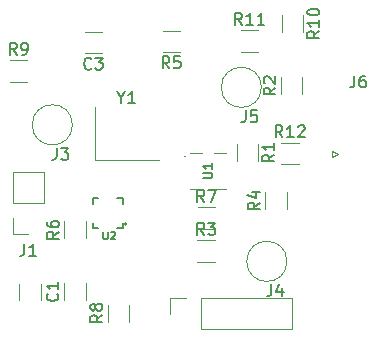
<source format=gbr>
%TF.GenerationSoftware,KiCad,Pcbnew,9.0.0*%
%TF.CreationDate,2025-03-07T11:14:37+01:00*%
%TF.ProjectId,PCB_rigide,5043425f-7269-4676-9964-652e6b696361,rev?*%
%TF.SameCoordinates,Original*%
%TF.FileFunction,Legend,Top*%
%TF.FilePolarity,Positive*%
%FSLAX46Y46*%
G04 Gerber Fmt 4.6, Leading zero omitted, Abs format (unit mm)*
G04 Created by KiCad (PCBNEW 9.0.0) date 2025-03-07 11:14:37*
%MOMM*%
%LPD*%
G01*
G04 APERTURE LIST*
%ADD10C,0.150000*%
%ADD11C,0.120000*%
%ADD12C,0.127000*%
%ADD13C,0.100000*%
G04 APERTURE END LIST*
D10*
X109261666Y-31264319D02*
X109261666Y-31978604D01*
X109261666Y-31978604D02*
X109214047Y-32121461D01*
X109214047Y-32121461D02*
X109118809Y-32216700D01*
X109118809Y-32216700D02*
X108975952Y-32264319D01*
X108975952Y-32264319D02*
X108880714Y-32264319D01*
X110166428Y-31264319D02*
X109975952Y-31264319D01*
X109975952Y-31264319D02*
X109880714Y-31311938D01*
X109880714Y-31311938D02*
X109833095Y-31359557D01*
X109833095Y-31359557D02*
X109737857Y-31502414D01*
X109737857Y-31502414D02*
X109690238Y-31692890D01*
X109690238Y-31692890D02*
X109690238Y-32073842D01*
X109690238Y-32073842D02*
X109737857Y-32169080D01*
X109737857Y-32169080D02*
X109785476Y-32216700D01*
X109785476Y-32216700D02*
X109880714Y-32264319D01*
X109880714Y-32264319D02*
X110071190Y-32264319D01*
X110071190Y-32264319D02*
X110166428Y-32216700D01*
X110166428Y-32216700D02*
X110214047Y-32169080D01*
X110214047Y-32169080D02*
X110261666Y-32073842D01*
X110261666Y-32073842D02*
X110261666Y-31835747D01*
X110261666Y-31835747D02*
X110214047Y-31740509D01*
X110214047Y-31740509D02*
X110166428Y-31692890D01*
X110166428Y-31692890D02*
X110071190Y-31645271D01*
X110071190Y-31645271D02*
X109880714Y-31645271D01*
X109880714Y-31645271D02*
X109785476Y-31692890D01*
X109785476Y-31692890D02*
X109737857Y-31740509D01*
X109737857Y-31740509D02*
X109690238Y-31835747D01*
X102571619Y-32286966D02*
X102095428Y-32620299D01*
X102571619Y-32858394D02*
X101571619Y-32858394D01*
X101571619Y-32858394D02*
X101571619Y-32477442D01*
X101571619Y-32477442D02*
X101619238Y-32382204D01*
X101619238Y-32382204D02*
X101666857Y-32334585D01*
X101666857Y-32334585D02*
X101762095Y-32286966D01*
X101762095Y-32286966D02*
X101904952Y-32286966D01*
X101904952Y-32286966D02*
X102000190Y-32334585D01*
X102000190Y-32334585D02*
X102047809Y-32382204D01*
X102047809Y-32382204D02*
X102095428Y-32477442D01*
X102095428Y-32477442D02*
X102095428Y-32858394D01*
X101666857Y-31906013D02*
X101619238Y-31858394D01*
X101619238Y-31858394D02*
X101571619Y-31763156D01*
X101571619Y-31763156D02*
X101571619Y-31525061D01*
X101571619Y-31525061D02*
X101619238Y-31429823D01*
X101619238Y-31429823D02*
X101666857Y-31382204D01*
X101666857Y-31382204D02*
X101762095Y-31334585D01*
X101762095Y-31334585D02*
X101857333Y-31334585D01*
X101857333Y-31334585D02*
X102000190Y-31382204D01*
X102000190Y-31382204D02*
X102571619Y-31953632D01*
X102571619Y-31953632D02*
X102571619Y-31334585D01*
X93597833Y-30646619D02*
X93264500Y-30170428D01*
X93026405Y-30646619D02*
X93026405Y-29646619D01*
X93026405Y-29646619D02*
X93407357Y-29646619D01*
X93407357Y-29646619D02*
X93502595Y-29694238D01*
X93502595Y-29694238D02*
X93550214Y-29741857D01*
X93550214Y-29741857D02*
X93597833Y-29837095D01*
X93597833Y-29837095D02*
X93597833Y-29979952D01*
X93597833Y-29979952D02*
X93550214Y-30075190D01*
X93550214Y-30075190D02*
X93502595Y-30122809D01*
X93502595Y-30122809D02*
X93407357Y-30170428D01*
X93407357Y-30170428D02*
X93026405Y-30170428D01*
X94502595Y-29646619D02*
X94026405Y-29646619D01*
X94026405Y-29646619D02*
X93978786Y-30122809D01*
X93978786Y-30122809D02*
X94026405Y-30075190D01*
X94026405Y-30075190D02*
X94121643Y-30027571D01*
X94121643Y-30027571D02*
X94359738Y-30027571D01*
X94359738Y-30027571D02*
X94454976Y-30075190D01*
X94454976Y-30075190D02*
X94502595Y-30122809D01*
X94502595Y-30122809D02*
X94550214Y-30218047D01*
X94550214Y-30218047D02*
X94550214Y-30456142D01*
X94550214Y-30456142D02*
X94502595Y-30551380D01*
X94502595Y-30551380D02*
X94454976Y-30599000D01*
X94454976Y-30599000D02*
X94359738Y-30646619D01*
X94359738Y-30646619D02*
X94121643Y-30646619D01*
X94121643Y-30646619D02*
X94026405Y-30599000D01*
X94026405Y-30599000D02*
X93978786Y-30551380D01*
X89513809Y-33130628D02*
X89513809Y-33606819D01*
X89180476Y-32606819D02*
X89513809Y-33130628D01*
X89513809Y-33130628D02*
X89847142Y-32606819D01*
X90704285Y-33606819D02*
X90132857Y-33606819D01*
X90418571Y-33606819D02*
X90418571Y-32606819D01*
X90418571Y-32606819D02*
X90323333Y-32749676D01*
X90323333Y-32749676D02*
X90228095Y-32844914D01*
X90228095Y-32844914D02*
X90132857Y-32892533D01*
X84059666Y-37387819D02*
X84059666Y-38102104D01*
X84059666Y-38102104D02*
X84012047Y-38244961D01*
X84012047Y-38244961D02*
X83916809Y-38340200D01*
X83916809Y-38340200D02*
X83773952Y-38387819D01*
X83773952Y-38387819D02*
X83678714Y-38387819D01*
X84440619Y-37387819D02*
X85059666Y-37387819D01*
X85059666Y-37387819D02*
X84726333Y-37768771D01*
X84726333Y-37768771D02*
X84869190Y-37768771D01*
X84869190Y-37768771D02*
X84964428Y-37816390D01*
X84964428Y-37816390D02*
X85012047Y-37864009D01*
X85012047Y-37864009D02*
X85059666Y-37959247D01*
X85059666Y-37959247D02*
X85059666Y-38197342D01*
X85059666Y-38197342D02*
X85012047Y-38292580D01*
X85012047Y-38292580D02*
X84964428Y-38340200D01*
X84964428Y-38340200D02*
X84869190Y-38387819D01*
X84869190Y-38387819D02*
X84583476Y-38387819D01*
X84583476Y-38387819D02*
X84488238Y-38340200D01*
X84488238Y-38340200D02*
X84440619Y-38292580D01*
X81327666Y-45531819D02*
X81327666Y-46246104D01*
X81327666Y-46246104D02*
X81280047Y-46388961D01*
X81280047Y-46388961D02*
X81184809Y-46484200D01*
X81184809Y-46484200D02*
X81041952Y-46531819D01*
X81041952Y-46531819D02*
X80946714Y-46531819D01*
X82327666Y-46531819D02*
X81756238Y-46531819D01*
X82041952Y-46531819D02*
X82041952Y-45531819D01*
X82041952Y-45531819D02*
X81946714Y-45674676D01*
X81946714Y-45674676D02*
X81851476Y-45769914D01*
X81851476Y-45769914D02*
X81756238Y-45817533D01*
X87915819Y-51540166D02*
X87439628Y-51873499D01*
X87915819Y-52111594D02*
X86915819Y-52111594D01*
X86915819Y-52111594D02*
X86915819Y-51730642D01*
X86915819Y-51730642D02*
X86963438Y-51635404D01*
X86963438Y-51635404D02*
X87011057Y-51587785D01*
X87011057Y-51587785D02*
X87106295Y-51540166D01*
X87106295Y-51540166D02*
X87249152Y-51540166D01*
X87249152Y-51540166D02*
X87344390Y-51587785D01*
X87344390Y-51587785D02*
X87392009Y-51635404D01*
X87392009Y-51635404D02*
X87439628Y-51730642D01*
X87439628Y-51730642D02*
X87439628Y-52111594D01*
X87344390Y-50968737D02*
X87296771Y-51063975D01*
X87296771Y-51063975D02*
X87249152Y-51111594D01*
X87249152Y-51111594D02*
X87153914Y-51159213D01*
X87153914Y-51159213D02*
X87106295Y-51159213D01*
X87106295Y-51159213D02*
X87011057Y-51111594D01*
X87011057Y-51111594D02*
X86963438Y-51063975D01*
X86963438Y-51063975D02*
X86915819Y-50968737D01*
X86915819Y-50968737D02*
X86915819Y-50778261D01*
X86915819Y-50778261D02*
X86963438Y-50683023D01*
X86963438Y-50683023D02*
X87011057Y-50635404D01*
X87011057Y-50635404D02*
X87106295Y-50587785D01*
X87106295Y-50587785D02*
X87153914Y-50587785D01*
X87153914Y-50587785D02*
X87249152Y-50635404D01*
X87249152Y-50635404D02*
X87296771Y-50683023D01*
X87296771Y-50683023D02*
X87344390Y-50778261D01*
X87344390Y-50778261D02*
X87344390Y-50968737D01*
X87344390Y-50968737D02*
X87392009Y-51063975D01*
X87392009Y-51063975D02*
X87439628Y-51111594D01*
X87439628Y-51111594D02*
X87534866Y-51159213D01*
X87534866Y-51159213D02*
X87725342Y-51159213D01*
X87725342Y-51159213D02*
X87820580Y-51111594D01*
X87820580Y-51111594D02*
X87868200Y-51063975D01*
X87868200Y-51063975D02*
X87915819Y-50968737D01*
X87915819Y-50968737D02*
X87915819Y-50778261D01*
X87915819Y-50778261D02*
X87868200Y-50683023D01*
X87868200Y-50683023D02*
X87820580Y-50635404D01*
X87820580Y-50635404D02*
X87725342Y-50587785D01*
X87725342Y-50587785D02*
X87534866Y-50587785D01*
X87534866Y-50587785D02*
X87439628Y-50635404D01*
X87439628Y-50635404D02*
X87392009Y-50683023D01*
X87392009Y-50683023D02*
X87344390Y-50778261D01*
X88008380Y-44471676D02*
X88008380Y-44989771D01*
X88008380Y-44989771D02*
X88038857Y-45050723D01*
X88038857Y-45050723D02*
X88069333Y-45081200D01*
X88069333Y-45081200D02*
X88130285Y-45111676D01*
X88130285Y-45111676D02*
X88252190Y-45111676D01*
X88252190Y-45111676D02*
X88313142Y-45081200D01*
X88313142Y-45081200D02*
X88343619Y-45050723D01*
X88343619Y-45050723D02*
X88374095Y-44989771D01*
X88374095Y-44989771D02*
X88374095Y-44471676D01*
X88648380Y-44532628D02*
X88678856Y-44502152D01*
X88678856Y-44502152D02*
X88739809Y-44471676D01*
X88739809Y-44471676D02*
X88892190Y-44471676D01*
X88892190Y-44471676D02*
X88953142Y-44502152D01*
X88953142Y-44502152D02*
X88983618Y-44532628D01*
X88983618Y-44532628D02*
X89014095Y-44593580D01*
X89014095Y-44593580D02*
X89014095Y-44654533D01*
X89014095Y-44654533D02*
X88983618Y-44745961D01*
X88983618Y-44745961D02*
X88617904Y-45111676D01*
X88617904Y-45111676D02*
X89014095Y-45111676D01*
X101250819Y-42015166D02*
X100774628Y-42348499D01*
X101250819Y-42586594D02*
X100250819Y-42586594D01*
X100250819Y-42586594D02*
X100250819Y-42205642D01*
X100250819Y-42205642D02*
X100298438Y-42110404D01*
X100298438Y-42110404D02*
X100346057Y-42062785D01*
X100346057Y-42062785D02*
X100441295Y-42015166D01*
X100441295Y-42015166D02*
X100584152Y-42015166D01*
X100584152Y-42015166D02*
X100679390Y-42062785D01*
X100679390Y-42062785D02*
X100727009Y-42110404D01*
X100727009Y-42110404D02*
X100774628Y-42205642D01*
X100774628Y-42205642D02*
X100774628Y-42586594D01*
X100584152Y-41158023D02*
X101250819Y-41158023D01*
X100203200Y-41396118D02*
X100917485Y-41634213D01*
X100917485Y-41634213D02*
X100917485Y-41015166D01*
X100061666Y-34212819D02*
X100061666Y-34927104D01*
X100061666Y-34927104D02*
X100014047Y-35069961D01*
X100014047Y-35069961D02*
X99918809Y-35165200D01*
X99918809Y-35165200D02*
X99775952Y-35212819D01*
X99775952Y-35212819D02*
X99680714Y-35212819D01*
X101014047Y-34212819D02*
X100537857Y-34212819D01*
X100537857Y-34212819D02*
X100490238Y-34689009D01*
X100490238Y-34689009D02*
X100537857Y-34641390D01*
X100537857Y-34641390D02*
X100633095Y-34593771D01*
X100633095Y-34593771D02*
X100871190Y-34593771D01*
X100871190Y-34593771D02*
X100966428Y-34641390D01*
X100966428Y-34641390D02*
X101014047Y-34689009D01*
X101014047Y-34689009D02*
X101061666Y-34784247D01*
X101061666Y-34784247D02*
X101061666Y-35022342D01*
X101061666Y-35022342D02*
X101014047Y-35117580D01*
X101014047Y-35117580D02*
X100966428Y-35165200D01*
X100966428Y-35165200D02*
X100871190Y-35212819D01*
X100871190Y-35212819D02*
X100633095Y-35212819D01*
X100633095Y-35212819D02*
X100537857Y-35165200D01*
X100537857Y-35165200D02*
X100490238Y-35117580D01*
X96541833Y-44735819D02*
X96208500Y-44259628D01*
X95970405Y-44735819D02*
X95970405Y-43735819D01*
X95970405Y-43735819D02*
X96351357Y-43735819D01*
X96351357Y-43735819D02*
X96446595Y-43783438D01*
X96446595Y-43783438D02*
X96494214Y-43831057D01*
X96494214Y-43831057D02*
X96541833Y-43926295D01*
X96541833Y-43926295D02*
X96541833Y-44069152D01*
X96541833Y-44069152D02*
X96494214Y-44164390D01*
X96494214Y-44164390D02*
X96446595Y-44212009D01*
X96446595Y-44212009D02*
X96351357Y-44259628D01*
X96351357Y-44259628D02*
X95970405Y-44259628D01*
X96875167Y-43735819D02*
X97494214Y-43735819D01*
X97494214Y-43735819D02*
X97160881Y-44116771D01*
X97160881Y-44116771D02*
X97303738Y-44116771D01*
X97303738Y-44116771D02*
X97398976Y-44164390D01*
X97398976Y-44164390D02*
X97446595Y-44212009D01*
X97446595Y-44212009D02*
X97494214Y-44307247D01*
X97494214Y-44307247D02*
X97494214Y-44545342D01*
X97494214Y-44545342D02*
X97446595Y-44640580D01*
X97446595Y-44640580D02*
X97398976Y-44688200D01*
X97398976Y-44688200D02*
X97303738Y-44735819D01*
X97303738Y-44735819D02*
X97018024Y-44735819D01*
X97018024Y-44735819D02*
X96922786Y-44688200D01*
X96922786Y-44688200D02*
X96875167Y-44640580D01*
X102220666Y-48944819D02*
X102220666Y-49659104D01*
X102220666Y-49659104D02*
X102173047Y-49801961D01*
X102173047Y-49801961D02*
X102077809Y-49897200D01*
X102077809Y-49897200D02*
X101934952Y-49944819D01*
X101934952Y-49944819D02*
X101839714Y-49944819D01*
X103125428Y-49278152D02*
X103125428Y-49944819D01*
X102887333Y-48897200D02*
X102649238Y-49611485D01*
X102649238Y-49611485D02*
X103268285Y-49611485D01*
X96448665Y-39921725D02*
X97086086Y-39921725D01*
X97086086Y-39921725D02*
X97161076Y-39884230D01*
X97161076Y-39884230D02*
X97198572Y-39846734D01*
X97198572Y-39846734D02*
X97236067Y-39771744D01*
X97236067Y-39771744D02*
X97236067Y-39621762D01*
X97236067Y-39621762D02*
X97198572Y-39546772D01*
X97198572Y-39546772D02*
X97161076Y-39509276D01*
X97161076Y-39509276D02*
X97086086Y-39471781D01*
X97086086Y-39471781D02*
X96448665Y-39471781D01*
X97236067Y-38684379D02*
X97236067Y-39134323D01*
X97236067Y-38909351D02*
X96448665Y-38909351D01*
X96448665Y-38909351D02*
X96561151Y-38984342D01*
X96561151Y-38984342D02*
X96636142Y-39059333D01*
X96636142Y-39059333D02*
X96673637Y-39134323D01*
X84107580Y-49735166D02*
X84155200Y-49782785D01*
X84155200Y-49782785D02*
X84202819Y-49925642D01*
X84202819Y-49925642D02*
X84202819Y-50020880D01*
X84202819Y-50020880D02*
X84155200Y-50163737D01*
X84155200Y-50163737D02*
X84059961Y-50258975D01*
X84059961Y-50258975D02*
X83964723Y-50306594D01*
X83964723Y-50306594D02*
X83774247Y-50354213D01*
X83774247Y-50354213D02*
X83631390Y-50354213D01*
X83631390Y-50354213D02*
X83440914Y-50306594D01*
X83440914Y-50306594D02*
X83345676Y-50258975D01*
X83345676Y-50258975D02*
X83250438Y-50163737D01*
X83250438Y-50163737D02*
X83202819Y-50020880D01*
X83202819Y-50020880D02*
X83202819Y-49925642D01*
X83202819Y-49925642D02*
X83250438Y-49782785D01*
X83250438Y-49782785D02*
X83298057Y-49735166D01*
X84202819Y-48782785D02*
X84202819Y-49354213D01*
X84202819Y-49068499D02*
X83202819Y-49068499D01*
X83202819Y-49068499D02*
X83345676Y-49163737D01*
X83345676Y-49163737D02*
X83440914Y-49258975D01*
X83440914Y-49258975D02*
X83488533Y-49354213D01*
X102477819Y-37947166D02*
X102001628Y-38280499D01*
X102477819Y-38518594D02*
X101477819Y-38518594D01*
X101477819Y-38518594D02*
X101477819Y-38137642D01*
X101477819Y-38137642D02*
X101525438Y-38042404D01*
X101525438Y-38042404D02*
X101573057Y-37994785D01*
X101573057Y-37994785D02*
X101668295Y-37947166D01*
X101668295Y-37947166D02*
X101811152Y-37947166D01*
X101811152Y-37947166D02*
X101906390Y-37994785D01*
X101906390Y-37994785D02*
X101954009Y-38042404D01*
X101954009Y-38042404D02*
X102001628Y-38137642D01*
X102001628Y-38137642D02*
X102001628Y-38518594D01*
X102477819Y-36994785D02*
X102477819Y-37566213D01*
X102477819Y-37280499D02*
X101477819Y-37280499D01*
X101477819Y-37280499D02*
X101620676Y-37375737D01*
X101620676Y-37375737D02*
X101715914Y-37470975D01*
X101715914Y-37470975D02*
X101763533Y-37566213D01*
X103177642Y-36480819D02*
X102844309Y-36004628D01*
X102606214Y-36480819D02*
X102606214Y-35480819D01*
X102606214Y-35480819D02*
X102987166Y-35480819D01*
X102987166Y-35480819D02*
X103082404Y-35528438D01*
X103082404Y-35528438D02*
X103130023Y-35576057D01*
X103130023Y-35576057D02*
X103177642Y-35671295D01*
X103177642Y-35671295D02*
X103177642Y-35814152D01*
X103177642Y-35814152D02*
X103130023Y-35909390D01*
X103130023Y-35909390D02*
X103082404Y-35957009D01*
X103082404Y-35957009D02*
X102987166Y-36004628D01*
X102987166Y-36004628D02*
X102606214Y-36004628D01*
X104130023Y-36480819D02*
X103558595Y-36480819D01*
X103844309Y-36480819D02*
X103844309Y-35480819D01*
X103844309Y-35480819D02*
X103749071Y-35623676D01*
X103749071Y-35623676D02*
X103653833Y-35718914D01*
X103653833Y-35718914D02*
X103558595Y-35766533D01*
X104510976Y-35576057D02*
X104558595Y-35528438D01*
X104558595Y-35528438D02*
X104653833Y-35480819D01*
X104653833Y-35480819D02*
X104891928Y-35480819D01*
X104891928Y-35480819D02*
X104987166Y-35528438D01*
X104987166Y-35528438D02*
X105034785Y-35576057D01*
X105034785Y-35576057D02*
X105082404Y-35671295D01*
X105082404Y-35671295D02*
X105082404Y-35766533D01*
X105082404Y-35766533D02*
X105034785Y-35909390D01*
X105034785Y-35909390D02*
X104463357Y-36480819D01*
X104463357Y-36480819D02*
X105082404Y-36480819D01*
X80666833Y-29495819D02*
X80333500Y-29019628D01*
X80095405Y-29495819D02*
X80095405Y-28495819D01*
X80095405Y-28495819D02*
X80476357Y-28495819D01*
X80476357Y-28495819D02*
X80571595Y-28543438D01*
X80571595Y-28543438D02*
X80619214Y-28591057D01*
X80619214Y-28591057D02*
X80666833Y-28686295D01*
X80666833Y-28686295D02*
X80666833Y-28829152D01*
X80666833Y-28829152D02*
X80619214Y-28924390D01*
X80619214Y-28924390D02*
X80571595Y-28972009D01*
X80571595Y-28972009D02*
X80476357Y-29019628D01*
X80476357Y-29019628D02*
X80095405Y-29019628D01*
X81143024Y-29495819D02*
X81333500Y-29495819D01*
X81333500Y-29495819D02*
X81428738Y-29448200D01*
X81428738Y-29448200D02*
X81476357Y-29400580D01*
X81476357Y-29400580D02*
X81571595Y-29257723D01*
X81571595Y-29257723D02*
X81619214Y-29067247D01*
X81619214Y-29067247D02*
X81619214Y-28686295D01*
X81619214Y-28686295D02*
X81571595Y-28591057D01*
X81571595Y-28591057D02*
X81523976Y-28543438D01*
X81523976Y-28543438D02*
X81428738Y-28495819D01*
X81428738Y-28495819D02*
X81238262Y-28495819D01*
X81238262Y-28495819D02*
X81143024Y-28543438D01*
X81143024Y-28543438D02*
X81095405Y-28591057D01*
X81095405Y-28591057D02*
X81047786Y-28686295D01*
X81047786Y-28686295D02*
X81047786Y-28924390D01*
X81047786Y-28924390D02*
X81095405Y-29019628D01*
X81095405Y-29019628D02*
X81143024Y-29067247D01*
X81143024Y-29067247D02*
X81238262Y-29114866D01*
X81238262Y-29114866D02*
X81428738Y-29114866D01*
X81428738Y-29114866D02*
X81523976Y-29067247D01*
X81523976Y-29067247D02*
X81571595Y-29019628D01*
X81571595Y-29019628D02*
X81619214Y-28924390D01*
X84232819Y-44489666D02*
X83756628Y-44822999D01*
X84232819Y-45061094D02*
X83232819Y-45061094D01*
X83232819Y-45061094D02*
X83232819Y-44680142D01*
X83232819Y-44680142D02*
X83280438Y-44584904D01*
X83280438Y-44584904D02*
X83328057Y-44537285D01*
X83328057Y-44537285D02*
X83423295Y-44489666D01*
X83423295Y-44489666D02*
X83566152Y-44489666D01*
X83566152Y-44489666D02*
X83661390Y-44537285D01*
X83661390Y-44537285D02*
X83709009Y-44584904D01*
X83709009Y-44584904D02*
X83756628Y-44680142D01*
X83756628Y-44680142D02*
X83756628Y-45061094D01*
X83232819Y-43632523D02*
X83232819Y-43822999D01*
X83232819Y-43822999D02*
X83280438Y-43918237D01*
X83280438Y-43918237D02*
X83328057Y-43965856D01*
X83328057Y-43965856D02*
X83470914Y-44061094D01*
X83470914Y-44061094D02*
X83661390Y-44108713D01*
X83661390Y-44108713D02*
X84042342Y-44108713D01*
X84042342Y-44108713D02*
X84137580Y-44061094D01*
X84137580Y-44061094D02*
X84185200Y-44013475D01*
X84185200Y-44013475D02*
X84232819Y-43918237D01*
X84232819Y-43918237D02*
X84232819Y-43727761D01*
X84232819Y-43727761D02*
X84185200Y-43632523D01*
X84185200Y-43632523D02*
X84137580Y-43584904D01*
X84137580Y-43584904D02*
X84042342Y-43537285D01*
X84042342Y-43537285D02*
X83804247Y-43537285D01*
X83804247Y-43537285D02*
X83709009Y-43584904D01*
X83709009Y-43584904D02*
X83661390Y-43632523D01*
X83661390Y-43632523D02*
X83613771Y-43727761D01*
X83613771Y-43727761D02*
X83613771Y-43918237D01*
X83613771Y-43918237D02*
X83661390Y-44013475D01*
X83661390Y-44013475D02*
X83709009Y-44061094D01*
X83709009Y-44061094D02*
X83804247Y-44108713D01*
X96545833Y-41941819D02*
X96212500Y-41465628D01*
X95974405Y-41941819D02*
X95974405Y-40941819D01*
X95974405Y-40941819D02*
X96355357Y-40941819D01*
X96355357Y-40941819D02*
X96450595Y-40989438D01*
X96450595Y-40989438D02*
X96498214Y-41037057D01*
X96498214Y-41037057D02*
X96545833Y-41132295D01*
X96545833Y-41132295D02*
X96545833Y-41275152D01*
X96545833Y-41275152D02*
X96498214Y-41370390D01*
X96498214Y-41370390D02*
X96450595Y-41418009D01*
X96450595Y-41418009D02*
X96355357Y-41465628D01*
X96355357Y-41465628D02*
X95974405Y-41465628D01*
X96879167Y-40941819D02*
X97545833Y-40941819D01*
X97545833Y-40941819D02*
X97117262Y-41941819D01*
X86993833Y-30657580D02*
X86946214Y-30705200D01*
X86946214Y-30705200D02*
X86803357Y-30752819D01*
X86803357Y-30752819D02*
X86708119Y-30752819D01*
X86708119Y-30752819D02*
X86565262Y-30705200D01*
X86565262Y-30705200D02*
X86470024Y-30609961D01*
X86470024Y-30609961D02*
X86422405Y-30514723D01*
X86422405Y-30514723D02*
X86374786Y-30324247D01*
X86374786Y-30324247D02*
X86374786Y-30181390D01*
X86374786Y-30181390D02*
X86422405Y-29990914D01*
X86422405Y-29990914D02*
X86470024Y-29895676D01*
X86470024Y-29895676D02*
X86565262Y-29800438D01*
X86565262Y-29800438D02*
X86708119Y-29752819D01*
X86708119Y-29752819D02*
X86803357Y-29752819D01*
X86803357Y-29752819D02*
X86946214Y-29800438D01*
X86946214Y-29800438D02*
X86993833Y-29848057D01*
X87327167Y-29752819D02*
X87946214Y-29752819D01*
X87946214Y-29752819D02*
X87612881Y-30133771D01*
X87612881Y-30133771D02*
X87755738Y-30133771D01*
X87755738Y-30133771D02*
X87850976Y-30181390D01*
X87850976Y-30181390D02*
X87898595Y-30229009D01*
X87898595Y-30229009D02*
X87946214Y-30324247D01*
X87946214Y-30324247D02*
X87946214Y-30562342D01*
X87946214Y-30562342D02*
X87898595Y-30657580D01*
X87898595Y-30657580D02*
X87850976Y-30705200D01*
X87850976Y-30705200D02*
X87755738Y-30752819D01*
X87755738Y-30752819D02*
X87470024Y-30752819D01*
X87470024Y-30752819D02*
X87374786Y-30705200D01*
X87374786Y-30705200D02*
X87327167Y-30657580D01*
X106287819Y-27505357D02*
X105811628Y-27838690D01*
X106287819Y-28076785D02*
X105287819Y-28076785D01*
X105287819Y-28076785D02*
X105287819Y-27695833D01*
X105287819Y-27695833D02*
X105335438Y-27600595D01*
X105335438Y-27600595D02*
X105383057Y-27552976D01*
X105383057Y-27552976D02*
X105478295Y-27505357D01*
X105478295Y-27505357D02*
X105621152Y-27505357D01*
X105621152Y-27505357D02*
X105716390Y-27552976D01*
X105716390Y-27552976D02*
X105764009Y-27600595D01*
X105764009Y-27600595D02*
X105811628Y-27695833D01*
X105811628Y-27695833D02*
X105811628Y-28076785D01*
X106287819Y-26552976D02*
X106287819Y-27124404D01*
X106287819Y-26838690D02*
X105287819Y-26838690D01*
X105287819Y-26838690D02*
X105430676Y-26933928D01*
X105430676Y-26933928D02*
X105525914Y-27029166D01*
X105525914Y-27029166D02*
X105573533Y-27124404D01*
X105287819Y-25933928D02*
X105287819Y-25838690D01*
X105287819Y-25838690D02*
X105335438Y-25743452D01*
X105335438Y-25743452D02*
X105383057Y-25695833D01*
X105383057Y-25695833D02*
X105478295Y-25648214D01*
X105478295Y-25648214D02*
X105668771Y-25600595D01*
X105668771Y-25600595D02*
X105906866Y-25600595D01*
X105906866Y-25600595D02*
X106097342Y-25648214D01*
X106097342Y-25648214D02*
X106192580Y-25695833D01*
X106192580Y-25695833D02*
X106240200Y-25743452D01*
X106240200Y-25743452D02*
X106287819Y-25838690D01*
X106287819Y-25838690D02*
X106287819Y-25933928D01*
X106287819Y-25933928D02*
X106240200Y-26029166D01*
X106240200Y-26029166D02*
X106192580Y-26076785D01*
X106192580Y-26076785D02*
X106097342Y-26124404D01*
X106097342Y-26124404D02*
X105906866Y-26172023D01*
X105906866Y-26172023D02*
X105668771Y-26172023D01*
X105668771Y-26172023D02*
X105478295Y-26124404D01*
X105478295Y-26124404D02*
X105383057Y-26076785D01*
X105383057Y-26076785D02*
X105335438Y-26029166D01*
X105335438Y-26029166D02*
X105287819Y-25933928D01*
X99748642Y-26955819D02*
X99415309Y-26479628D01*
X99177214Y-26955819D02*
X99177214Y-25955819D01*
X99177214Y-25955819D02*
X99558166Y-25955819D01*
X99558166Y-25955819D02*
X99653404Y-26003438D01*
X99653404Y-26003438D02*
X99701023Y-26051057D01*
X99701023Y-26051057D02*
X99748642Y-26146295D01*
X99748642Y-26146295D02*
X99748642Y-26289152D01*
X99748642Y-26289152D02*
X99701023Y-26384390D01*
X99701023Y-26384390D02*
X99653404Y-26432009D01*
X99653404Y-26432009D02*
X99558166Y-26479628D01*
X99558166Y-26479628D02*
X99177214Y-26479628D01*
X100701023Y-26955819D02*
X100129595Y-26955819D01*
X100415309Y-26955819D02*
X100415309Y-25955819D01*
X100415309Y-25955819D02*
X100320071Y-26098676D01*
X100320071Y-26098676D02*
X100224833Y-26193914D01*
X100224833Y-26193914D02*
X100129595Y-26241533D01*
X101653404Y-26955819D02*
X101081976Y-26955819D01*
X101367690Y-26955819D02*
X101367690Y-25955819D01*
X101367690Y-25955819D02*
X101272452Y-26098676D01*
X101272452Y-26098676D02*
X101177214Y-26193914D01*
X101177214Y-26193914D02*
X101081976Y-26241533D01*
D11*
%TO.C,J6*%
X107400000Y-37659500D02*
X107400000Y-38159500D01*
X107400000Y-38159500D02*
X107900000Y-37909500D01*
X107900000Y-37909500D02*
X107400000Y-37659500D01*
%TO.C,R2*%
X103026800Y-32847364D02*
X103026800Y-31393236D01*
X104846800Y-32847364D02*
X104846800Y-31393236D01*
%TO.C,R5*%
X94491564Y-27461800D02*
X93037436Y-27461800D01*
X94491564Y-29281800D02*
X93037436Y-29281800D01*
%TO.C,Y1*%
X87290000Y-33952000D02*
X87290000Y-38452000D01*
X87290000Y-38452000D02*
X92690000Y-38452000D01*
%TO.C,J3*%
X85393000Y-35433000D02*
G75*
G02*
X81993000Y-35433000I-1700000J0D01*
G01*
X81993000Y-35433000D02*
G75*
G02*
X85393000Y-35433000I1700000J0D01*
G01*
%TO.C,J1*%
X80331000Y-42037000D02*
X80331000Y-39437000D01*
X80331000Y-44637000D02*
X80331000Y-43307000D01*
X81661000Y-44637000D02*
X80331000Y-44637000D01*
X82991000Y-39437000D02*
X80331000Y-39437000D01*
X82991000Y-42037000D02*
X80331000Y-42037000D01*
X82991000Y-42037000D02*
X82991000Y-39437000D01*
%TO.C,R8*%
X88371000Y-52100564D02*
X88371000Y-50646436D01*
X90191000Y-52100564D02*
X90191000Y-50646436D01*
D12*
%TO.C,U2*%
X87118000Y-41669000D02*
X87118000Y-42139000D01*
X87118000Y-41669000D02*
X87588000Y-41669000D01*
X87118000Y-44209000D02*
X87118000Y-43739000D01*
X87118000Y-44209000D02*
X87588000Y-44209000D01*
X89658000Y-41669000D02*
X89188000Y-41669000D01*
X89658000Y-41669000D02*
X89658000Y-42139000D01*
X89658000Y-44209000D02*
X89188000Y-44209000D01*
X89658000Y-44209000D02*
X89658000Y-43739000D01*
D10*
X89963000Y-43839000D02*
G75*
G02*
X89813000Y-43839000I-75000J0D01*
G01*
X89813000Y-43839000D02*
G75*
G02*
X89963000Y-43839000I75000J0D01*
G01*
D11*
%TO.C,R4*%
X101706000Y-42575564D02*
X101706000Y-41121436D01*
X103526000Y-42575564D02*
X103526000Y-41121436D01*
%TO.C,C2*%
X80878000Y-50304352D02*
X80878000Y-48881848D01*
X82698000Y-50304352D02*
X82698000Y-48881848D01*
%TO.C,J5*%
X101395000Y-32258000D02*
G75*
G02*
X97995000Y-32258000I-1700000J0D01*
G01*
X97995000Y-32258000D02*
G75*
G02*
X101395000Y-32258000I1700000J0D01*
G01*
%TO.C,R3*%
X95981436Y-45191000D02*
X97435564Y-45191000D01*
X95981436Y-47011000D02*
X97435564Y-47011000D01*
%TO.C,J4*%
X103554000Y-46990000D02*
G75*
G02*
X100154000Y-46990000I-1700000J0D01*
G01*
X100154000Y-46990000D02*
G75*
G02*
X103554000Y-46990000I1700000J0D01*
G01*
%TO.C,U1*%
X95349600Y-37791800D02*
X95349600Y-37791800D01*
X95349600Y-40851800D02*
X95349600Y-40851800D01*
X95349600Y-40851800D02*
X96389600Y-40851800D01*
X96389600Y-37791800D02*
X95349600Y-37791800D01*
X97369600Y-40851800D02*
X98409600Y-40851800D01*
X98409600Y-37791800D02*
X97369600Y-37791800D01*
X98409600Y-37791800D02*
X98409600Y-37791800D01*
X98409600Y-40851800D02*
X98409600Y-40851800D01*
D13*
X94949600Y-38121800D02*
G75*
G02*
X94849600Y-38121800I-50000J0D01*
G01*
X94849600Y-38121800D02*
G75*
G02*
X94949600Y-38121800I50000J0D01*
G01*
D11*
%TO.C,C1*%
X84688000Y-50279752D02*
X84688000Y-48857248D01*
X86508000Y-50279752D02*
X86508000Y-48857248D01*
%TO.C,R1*%
X99293000Y-37053436D02*
X99293000Y-38507564D01*
X101113000Y-37053436D02*
X101113000Y-38507564D01*
%TO.C,R12*%
X103093436Y-36936000D02*
X104547564Y-36936000D01*
X103093436Y-38756000D02*
X104547564Y-38756000D01*
%TO.C,R9*%
X80106436Y-29951000D02*
X81560564Y-29951000D01*
X80106436Y-31771000D02*
X81560564Y-31771000D01*
%TO.C,R6*%
X84688000Y-45050064D02*
X84688000Y-43595936D01*
X86508000Y-45050064D02*
X86508000Y-43595936D01*
%TO.C,R7*%
X95985436Y-42397000D02*
X97439564Y-42397000D01*
X95985436Y-44217000D02*
X97439564Y-44217000D01*
%TO.C,C3*%
X87871752Y-27538000D02*
X86449248Y-27538000D01*
X87871752Y-29358000D02*
X86449248Y-29358000D01*
%TO.C,R10*%
X103103000Y-26135436D02*
X103103000Y-27589564D01*
X104923000Y-26135436D02*
X104923000Y-27589564D01*
%TO.C,R11*%
X99664436Y-27411000D02*
X101118564Y-27411000D01*
X99664436Y-29231000D02*
X101118564Y-29231000D01*
%TO.C,J2*%
X93666000Y-50079600D02*
X94996000Y-50079600D01*
X93666000Y-51409600D02*
X93666000Y-50079600D01*
X96266000Y-50079600D02*
X103946000Y-50079600D01*
X96266000Y-52739600D02*
X96266000Y-50079600D01*
X96266000Y-52739600D02*
X103946000Y-52739600D01*
X103946000Y-52739600D02*
X103946000Y-50079600D01*
%TD*%
M02*

</source>
